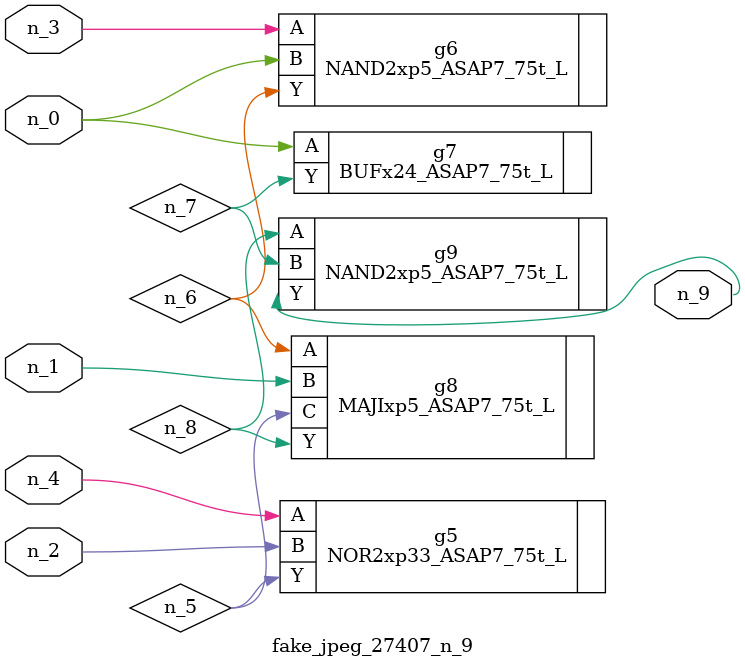
<source format=v>
module fake_jpeg_27407_n_9 (n_3, n_2, n_1, n_0, n_4, n_9);

input n_3;
input n_2;
input n_1;
input n_0;
input n_4;

output n_9;

wire n_8;
wire n_6;
wire n_5;
wire n_7;

NOR2xp33_ASAP7_75t_L g5 ( 
.A(n_4),
.B(n_2),
.Y(n_5)
);

NAND2xp5_ASAP7_75t_L g6 ( 
.A(n_3),
.B(n_0),
.Y(n_6)
);

BUFx24_ASAP7_75t_L g7 ( 
.A(n_0),
.Y(n_7)
);

MAJIxp5_ASAP7_75t_L g8 ( 
.A(n_6),
.B(n_1),
.C(n_5),
.Y(n_8)
);

NAND2xp5_ASAP7_75t_L g9 ( 
.A(n_8),
.B(n_7),
.Y(n_9)
);


endmodule
</source>
